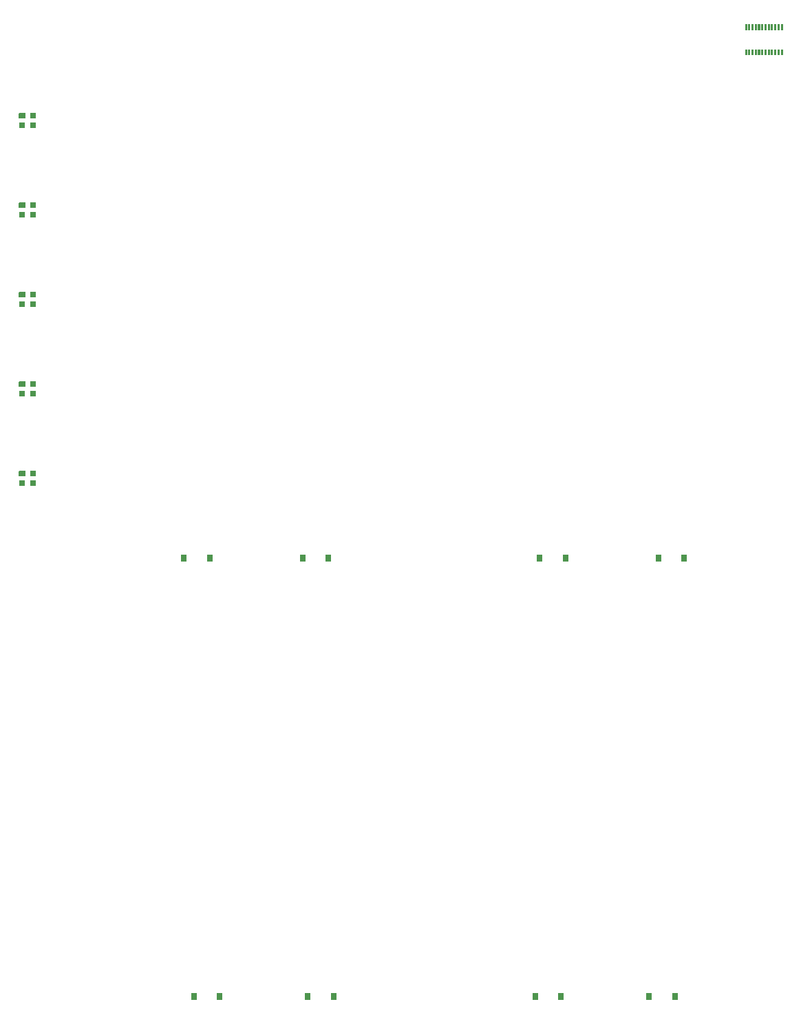
<source format=gbr>
%TF.GenerationSoftware,KiCad,Pcbnew,8.0.2*%
%TF.CreationDate,2024-05-22T21:58:48+02:00*%
%TF.ProjectId,why2025,77687932-3032-4352-9e6b-696361645f70,rev?*%
%TF.SameCoordinates,Original*%
%TF.FileFunction,Paste,Top*%
%TF.FilePolarity,Positive*%
%FSLAX46Y46*%
G04 Gerber Fmt 4.6, Leading zero omitted, Abs format (unit mm)*
G04 Created by KiCad (PCBNEW 8.0.2) date 2024-05-22 21:58:48*
%MOMM*%
%LPD*%
G01*
G04 APERTURE LIST*
G04 Aperture macros list*
%AMOutline5P*
0 Free polygon, 5 corners , with rotation*
0 The origin of the aperture is its center*
0 number of corners: always 5*
0 $1 to $10 corner X, Y*
0 $11 Rotation angle, in degrees counterclockwise*
0 create outline with 5 corners*
4,1,5,$1,$2,$3,$4,$5,$6,$7,$8,$9,$10,$1,$2,$11*%
%AMOutline6P*
0 Free polygon, 6 corners , with rotation*
0 The origin of the aperture is its center*
0 number of corners: always 6*
0 $1 to $12 corner X, Y*
0 $13 Rotation angle, in degrees counterclockwise*
0 create outline with 6 corners*
4,1,6,$1,$2,$3,$4,$5,$6,$7,$8,$9,$10,$11,$12,$1,$2,$13*%
%AMOutline7P*
0 Free polygon, 7 corners , with rotation*
0 The origin of the aperture is its center*
0 number of corners: always 7*
0 $1 to $14 corner X, Y*
0 $15 Rotation angle, in degrees counterclockwise*
0 create outline with 7 corners*
4,1,7,$1,$2,$3,$4,$5,$6,$7,$8,$9,$10,$11,$12,$13,$14,$1,$2,$15*%
%AMOutline8P*
0 Free polygon, 8 corners , with rotation*
0 The origin of the aperture is its center*
0 number of corners: always 8*
0 $1 to $16 corner X, Y*
0 $17 Rotation angle, in degrees counterclockwise*
0 create outline with 8 corners*
4,1,8,$1,$2,$3,$4,$5,$6,$7,$8,$9,$10,$11,$12,$13,$14,$15,$16,$1,$2,$17*%
G04 Aperture macros list end*
%ADD10C,0.010000*%
%ADD11Outline5P,-0.400000X0.210000X-0.260000X0.350000X0.400000X0.350000X0.400000X-0.350000X-0.400000X-0.350000X0.000000*%
%ADD12R,0.800000X0.700000*%
%ADD13R,0.670000X0.830000*%
G04 APERTURE END LIST*
D10*
%TO.C,J14*%
X38439500Y61227000D02*
X38260500Y61227000D01*
X38260500Y61853000D01*
X38439500Y61853000D01*
X38439500Y61227000D01*
G36*
X38439500Y61227000D02*
G01*
X38260500Y61227000D01*
X38260500Y61853000D01*
X38439500Y61853000D01*
X38439500Y61227000D01*
G37*
X38439500Y58147000D02*
X38260500Y58147000D01*
X38260500Y58773000D01*
X38439500Y58773000D01*
X38439500Y58147000D01*
G36*
X38439500Y58147000D02*
G01*
X38260500Y58147000D01*
X38260500Y58773000D01*
X38439500Y58773000D01*
X38439500Y58147000D01*
G37*
X38839500Y61227000D02*
X38660500Y61227000D01*
X38660500Y61853000D01*
X38839500Y61853000D01*
X38839500Y61227000D01*
G36*
X38839500Y61227000D02*
G01*
X38660500Y61227000D01*
X38660500Y61853000D01*
X38839500Y61853000D01*
X38839500Y61227000D01*
G37*
X38839500Y58147000D02*
X38660500Y58147000D01*
X38660500Y58773000D01*
X38839500Y58773000D01*
X38839500Y58147000D01*
G36*
X38839500Y58147000D02*
G01*
X38660500Y58147000D01*
X38660500Y58773000D01*
X38839500Y58773000D01*
X38839500Y58147000D01*
G37*
X39239500Y61227000D02*
X39060500Y61227000D01*
X39060500Y61853000D01*
X39239500Y61853000D01*
X39239500Y61227000D01*
G36*
X39239500Y61227000D02*
G01*
X39060500Y61227000D01*
X39060500Y61853000D01*
X39239500Y61853000D01*
X39239500Y61227000D01*
G37*
X39239500Y58147000D02*
X39060500Y58147000D01*
X39060500Y58773000D01*
X39239500Y58773000D01*
X39239500Y58147000D01*
G36*
X39239500Y58147000D02*
G01*
X39060500Y58147000D01*
X39060500Y58773000D01*
X39239500Y58773000D01*
X39239500Y58147000D01*
G37*
X39639500Y61227000D02*
X39460500Y61227000D01*
X39460500Y61853000D01*
X39639500Y61853000D01*
X39639500Y61227000D01*
G36*
X39639500Y61227000D02*
G01*
X39460500Y61227000D01*
X39460500Y61853000D01*
X39639500Y61853000D01*
X39639500Y61227000D01*
G37*
X39639500Y58147000D02*
X39460500Y58147000D01*
X39460500Y58773000D01*
X39639500Y58773000D01*
X39639500Y58147000D01*
G36*
X39639500Y58147000D02*
G01*
X39460500Y58147000D01*
X39460500Y58773000D01*
X39639500Y58773000D01*
X39639500Y58147000D01*
G37*
X40039500Y61227000D02*
X39860500Y61227000D01*
X39860500Y61853000D01*
X40039500Y61853000D01*
X40039500Y61227000D01*
G36*
X40039500Y61227000D02*
G01*
X39860500Y61227000D01*
X39860500Y61853000D01*
X40039500Y61853000D01*
X40039500Y61227000D01*
G37*
X40039500Y58147000D02*
X39860500Y58147000D01*
X39860500Y58773000D01*
X40039500Y58773000D01*
X40039500Y58147000D01*
G36*
X40039500Y58147000D02*
G01*
X39860500Y58147000D01*
X39860500Y58773000D01*
X40039500Y58773000D01*
X40039500Y58147000D01*
G37*
X40439500Y61227000D02*
X40260500Y61227000D01*
X40260500Y61853000D01*
X40439500Y61853000D01*
X40439500Y61227000D01*
G36*
X40439500Y61227000D02*
G01*
X40260500Y61227000D01*
X40260500Y61853000D01*
X40439500Y61853000D01*
X40439500Y61227000D01*
G37*
X40439500Y58147000D02*
X40260500Y58147000D01*
X40260500Y58773000D01*
X40439500Y58773000D01*
X40439500Y58147000D01*
G36*
X40439500Y58147000D02*
G01*
X40260500Y58147000D01*
X40260500Y58773000D01*
X40439500Y58773000D01*
X40439500Y58147000D01*
G37*
X40839500Y61227000D02*
X40660500Y61227000D01*
X40660500Y61853000D01*
X40839500Y61853000D01*
X40839500Y61227000D01*
G36*
X40839500Y61227000D02*
G01*
X40660500Y61227000D01*
X40660500Y61853000D01*
X40839500Y61853000D01*
X40839500Y61227000D01*
G37*
X40839500Y58147000D02*
X40660500Y58147000D01*
X40660500Y58773000D01*
X40839500Y58773000D01*
X40839500Y58147000D01*
G36*
X40839500Y58147000D02*
G01*
X40660500Y58147000D01*
X40660500Y58773000D01*
X40839500Y58773000D01*
X40839500Y58147000D01*
G37*
X41239500Y61227000D02*
X41060500Y61227000D01*
X41060500Y61853000D01*
X41239500Y61853000D01*
X41239500Y61227000D01*
G36*
X41239500Y61227000D02*
G01*
X41060500Y61227000D01*
X41060500Y61853000D01*
X41239500Y61853000D01*
X41239500Y61227000D01*
G37*
X41239500Y58147000D02*
X41060500Y58147000D01*
X41060500Y58773000D01*
X41239500Y58773000D01*
X41239500Y58147000D01*
G36*
X41239500Y58147000D02*
G01*
X41060500Y58147000D01*
X41060500Y58773000D01*
X41239500Y58773000D01*
X41239500Y58147000D01*
G37*
X41639500Y61227000D02*
X41460500Y61227000D01*
X41460500Y61853000D01*
X41639500Y61853000D01*
X41639500Y61227000D01*
G36*
X41639500Y61227000D02*
G01*
X41460500Y61227000D01*
X41460500Y61853000D01*
X41639500Y61853000D01*
X41639500Y61227000D01*
G37*
X41639500Y58147000D02*
X41460500Y58147000D01*
X41460500Y58773000D01*
X41639500Y58773000D01*
X41639500Y58147000D01*
G36*
X41639500Y58147000D02*
G01*
X41460500Y58147000D01*
X41460500Y58773000D01*
X41639500Y58773000D01*
X41639500Y58147000D01*
G37*
X42039500Y61227000D02*
X41860500Y61227000D01*
X41860500Y61853000D01*
X42039500Y61853000D01*
X42039500Y61227000D01*
G36*
X42039500Y61227000D02*
G01*
X41860500Y61227000D01*
X41860500Y61853000D01*
X42039500Y61853000D01*
X42039500Y61227000D01*
G37*
X42039500Y58147000D02*
X41860500Y58147000D01*
X41860500Y58773000D01*
X42039500Y58773000D01*
X42039500Y58147000D01*
G36*
X42039500Y58147000D02*
G01*
X41860500Y58147000D01*
X41860500Y58773000D01*
X42039500Y58773000D01*
X42039500Y58147000D01*
G37*
X42439500Y61227000D02*
X42260500Y61227000D01*
X42260500Y61853000D01*
X42439500Y61853000D01*
X42439500Y61227000D01*
G36*
X42439500Y61227000D02*
G01*
X42260500Y61227000D01*
X42260500Y61853000D01*
X42439500Y61853000D01*
X42439500Y61227000D01*
G37*
X42439500Y58147000D02*
X42260500Y58147000D01*
X42260500Y58773000D01*
X42439500Y58773000D01*
X42439500Y58147000D01*
G36*
X42439500Y58147000D02*
G01*
X42260500Y58147000D01*
X42260500Y58773000D01*
X42439500Y58773000D01*
X42439500Y58147000D01*
G37*
X42839500Y61227000D02*
X42660500Y61227000D01*
X42660500Y61853000D01*
X42839500Y61853000D01*
X42839500Y61227000D01*
G36*
X42839500Y61227000D02*
G01*
X42660500Y61227000D01*
X42660500Y61853000D01*
X42839500Y61853000D01*
X42839500Y61227000D01*
G37*
X42839500Y58147000D02*
X42660500Y58147000D01*
X42660500Y58773000D01*
X42839500Y58773000D01*
X42839500Y58147000D01*
G36*
X42839500Y58147000D02*
G01*
X42660500Y58147000D01*
X42660500Y58773000D01*
X42839500Y58773000D01*
X42839500Y58147000D01*
G37*
%TD*%
D11*
%TO.C,U19*%
X-50650000Y28600000D03*
D12*
X-50650000Y27400000D03*
X-49350000Y27400000D03*
X-49350000Y28600000D03*
%TD*%
D13*
%TO.C,D74*%
X-16185000Y-3815000D03*
X-13015000Y-3815000D03*
%TD*%
%TO.C,D76*%
X27615000Y-3815000D03*
X30785000Y-3815000D03*
%TD*%
D11*
%TO.C,U17*%
X-50650000Y50600000D03*
D12*
X-50650000Y49400000D03*
X-49350000Y49400000D03*
X-49350000Y50600000D03*
%TD*%
D13*
%TO.C,D81*%
X29635000Y-57735000D03*
X26465000Y-57735000D03*
%TD*%
D11*
%TO.C,U9*%
X-50650000Y17600000D03*
D12*
X-50650000Y16400000D03*
X-49350000Y16400000D03*
X-49350000Y17600000D03*
%TD*%
D13*
%TO.C,D78*%
X-12365000Y-57735000D03*
X-15535000Y-57735000D03*
%TD*%
%TO.C,D80*%
X15635000Y-57735000D03*
X12465000Y-57735000D03*
%TD*%
D11*
%TO.C,U22*%
X-50650000Y6600000D03*
D12*
X-50650000Y5400000D03*
X-49350000Y5400000D03*
X-49350000Y6600000D03*
%TD*%
D13*
%TO.C,D77*%
X-26365000Y-57735000D03*
X-29535000Y-57735000D03*
%TD*%
%TO.C,D73*%
X-30785000Y-3815000D03*
X-27615000Y-3815000D03*
%TD*%
D11*
%TO.C,U18*%
X-50650000Y39600000D03*
D12*
X-50650000Y38400000D03*
X-49350000Y38400000D03*
X-49350000Y39600000D03*
%TD*%
D13*
%TO.C,D75*%
X13015000Y-3815000D03*
X16185000Y-3815000D03*
%TD*%
M02*

</source>
